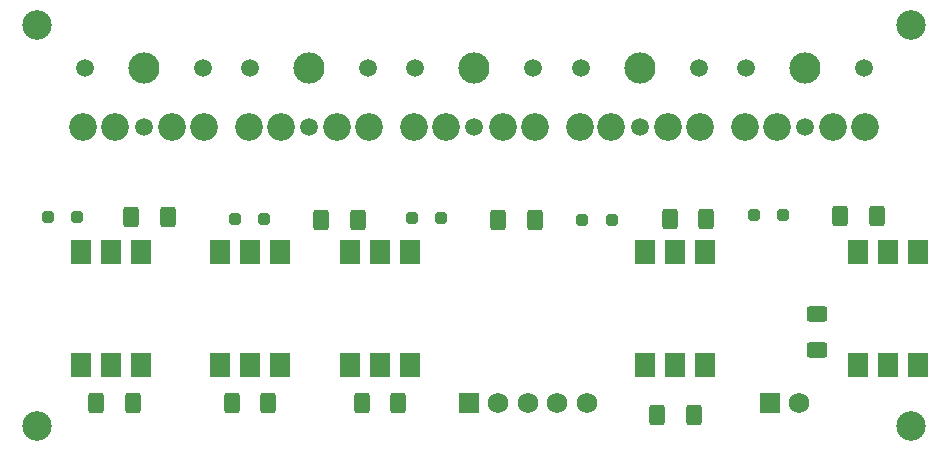
<source format=gbr>
%TF.GenerationSoftware,KiCad,Pcbnew,7.0.1-1.fc37*%
%TF.CreationDate,2023-03-22T21:52:04-05:00*%
%TF.ProjectId,midi_rx_board,6d696469-5f72-4785-9f62-6f6172642e6b,rev?*%
%TF.SameCoordinates,Original*%
%TF.FileFunction,Soldermask,Top*%
%TF.FilePolarity,Negative*%
%FSLAX46Y46*%
G04 Gerber Fmt 4.6, Leading zero omitted, Abs format (unit mm)*
G04 Created by KiCad (PCBNEW 7.0.1-1.fc37) date 2023-03-22 21:52:04*
%MOMM*%
%LPD*%
G01*
G04 APERTURE LIST*
G04 Aperture macros list*
%AMRoundRect*
0 Rectangle with rounded corners*
0 $1 Rounding radius*
0 $2 $3 $4 $5 $6 $7 $8 $9 X,Y pos of 4 corners*
0 Add a 4 corners polygon primitive as box body*
4,1,4,$2,$3,$4,$5,$6,$7,$8,$9,$2,$3,0*
0 Add four circle primitives for the rounded corners*
1,1,$1+$1,$2,$3*
1,1,$1+$1,$4,$5*
1,1,$1+$1,$6,$7*
1,1,$1+$1,$8,$9*
0 Add four rect primitives between the rounded corners*
20,1,$1+$1,$2,$3,$4,$5,0*
20,1,$1+$1,$4,$5,$6,$7,0*
20,1,$1+$1,$6,$7,$8,$9,0*
20,1,$1+$1,$8,$9,$2,$3,0*%
G04 Aperture macros list end*
%ADD10C,2.500000*%
%ADD11R,1.780000X2.000000*%
%ADD12RoundRect,0.250000X0.250000X0.250000X-0.250000X0.250000X-0.250000X-0.250000X0.250000X-0.250000X0*%
%ADD13C,1.500000*%
%ADD14C,2.641600*%
%ADD15C,2.351600*%
%ADD16RoundRect,0.250000X0.400000X0.625000X-0.400000X0.625000X-0.400000X-0.625000X0.400000X-0.625000X0*%
%ADD17R,1.750000X1.750000*%
%ADD18C,1.750000*%
%ADD19RoundRect,0.250000X-0.400000X-0.625000X0.400000X-0.625000X0.400000X0.625000X-0.400000X0.625000X0*%
%ADD20RoundRect,0.250000X0.625000X-0.400000X0.625000X0.400000X-0.625000X0.400000X-0.625000X-0.400000X0*%
G04 APERTURE END LIST*
D10*
%TO.C,REF\u002A\u002A*%
X125000000Y-56000000D03*
%TD*%
D11*
%TO.C,U3*%
X156540000Y-41235000D03*
X154000000Y-41235000D03*
X151460000Y-41235000D03*
X151460000Y-50765000D03*
X154000000Y-50765000D03*
X156540000Y-50765000D03*
%TD*%
D12*
%TO.C,D2*%
X144213172Y-38415821D03*
X141713172Y-38415821D03*
%TD*%
D13*
%TO.C,RX3*%
X167000000Y-25678000D03*
X157000000Y-25678000D03*
X162000000Y-30678000D03*
D14*
X162000000Y-25678000D03*
D15*
X167100000Y-30678000D03*
X164400000Y-30678000D03*
X159600000Y-30678000D03*
X156900000Y-30678000D03*
%TD*%
D11*
%TO.C,U1*%
X133775000Y-41235000D03*
X131235000Y-41235000D03*
X128695000Y-41235000D03*
X128695000Y-50765000D03*
X131235000Y-50765000D03*
X133775000Y-50765000D03*
%TD*%
%TO.C,U5*%
X199540000Y-41235000D03*
X197000000Y-41235000D03*
X194460000Y-41235000D03*
X194460000Y-50765000D03*
X197000000Y-50765000D03*
X199540000Y-50765000D03*
%TD*%
D16*
%TO.C,R1*%
X136060725Y-38289033D03*
X132960725Y-38289033D03*
%TD*%
D11*
%TO.C,U2*%
X145540000Y-41235000D03*
X143000000Y-41235000D03*
X140460000Y-41235000D03*
X140460000Y-50765000D03*
X143000000Y-50765000D03*
X145540000Y-50765000D03*
%TD*%
D17*
%TO.C,J2*%
X187000000Y-54000000D03*
D18*
X189500000Y-54000000D03*
%TD*%
D13*
%TO.C,RX4*%
X181000000Y-25678000D03*
X171000000Y-25678000D03*
X176000000Y-30678000D03*
D14*
X176000000Y-25678000D03*
D15*
X181100000Y-30678000D03*
X178400000Y-30678000D03*
X173600000Y-30678000D03*
X170900000Y-30678000D03*
%TD*%
D16*
%TO.C,R5*%
X167087684Y-38481381D03*
X163987684Y-38481381D03*
%TD*%
D13*
%TO.C,RX5*%
X195000000Y-25678000D03*
X185000000Y-25678000D03*
X190000000Y-30678000D03*
D14*
X190000000Y-25678000D03*
D15*
X195100000Y-30678000D03*
X192400000Y-30678000D03*
X187600000Y-30678000D03*
X184900000Y-30678000D03*
%TD*%
D12*
%TO.C,D4*%
X173627757Y-38505397D03*
X171127757Y-38505397D03*
%TD*%
D16*
%TO.C,R7*%
X181647557Y-38443251D03*
X178547557Y-38443251D03*
%TD*%
D17*
%TO.C,J1*%
X161500000Y-54000000D03*
D18*
X164000000Y-54000000D03*
X166500000Y-54000000D03*
X169000000Y-54000000D03*
X171500000Y-54000000D03*
%TD*%
D12*
%TO.C,D3*%
X159204422Y-38366051D03*
X156704422Y-38366051D03*
%TD*%
%TO.C,D1*%
X128364410Y-38228809D03*
X125864410Y-38228809D03*
%TD*%
D19*
%TO.C,R4*%
X141450000Y-54000000D03*
X144550000Y-54000000D03*
%TD*%
D13*
%TO.C,RX2*%
X153000000Y-25678000D03*
X143000000Y-25678000D03*
X148000000Y-30678000D03*
D14*
X148000000Y-25678000D03*
D15*
X153100000Y-30678000D03*
X150400000Y-30678000D03*
X145600000Y-30678000D03*
X142900000Y-30678000D03*
%TD*%
D19*
%TO.C,R2*%
X130000000Y-54000000D03*
X133100000Y-54000000D03*
%TD*%
D16*
%TO.C,R9*%
X196043919Y-38151209D03*
X192943919Y-38151209D03*
%TD*%
D13*
%TO.C,RX1*%
X139000000Y-25678000D03*
X129000000Y-25678000D03*
X134000000Y-30678000D03*
D14*
X134000000Y-25678000D03*
D15*
X139100000Y-30678000D03*
X136400000Y-30678000D03*
X131600000Y-30678000D03*
X128900000Y-30678000D03*
%TD*%
D10*
%TO.C,REF\u002A\u002A*%
X125000000Y-22000000D03*
%TD*%
%TO.C,REF\u002A\u002A*%
X199000000Y-56000000D03*
%TD*%
D16*
%TO.C,R3*%
X152109386Y-38491197D03*
X149009386Y-38491197D03*
%TD*%
D11*
%TO.C,U4*%
X181540000Y-41235000D03*
X179000000Y-41235000D03*
X176460000Y-41235000D03*
X176460000Y-50765000D03*
X179000000Y-50765000D03*
X181540000Y-50765000D03*
%TD*%
D19*
%TO.C,R8*%
X177450000Y-55000000D03*
X180550000Y-55000000D03*
%TD*%
D20*
%TO.C,R10*%
X191000000Y-49550000D03*
X191000000Y-46450000D03*
%TD*%
D19*
%TO.C,R6*%
X152450000Y-54000000D03*
X155550000Y-54000000D03*
%TD*%
D10*
%TO.C,REF\u002A\u002A*%
X199000000Y-22000000D03*
%TD*%
D12*
%TO.C,D5*%
X188167684Y-38072617D03*
X185667684Y-38072617D03*
%TD*%
M02*

</source>
